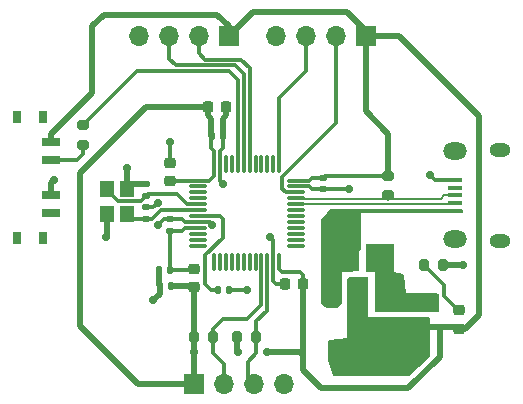
<source format=gbr>
%TF.GenerationSoftware,KiCad,Pcbnew,(6.0.1)*%
%TF.CreationDate,2022-08-30T01:47:06+05:30*%
%TF.ProjectId,STM32,53544d33-322e-46b6-9963-61645f706362,rev?*%
%TF.SameCoordinates,Original*%
%TF.FileFunction,Copper,L1,Top*%
%TF.FilePolarity,Positive*%
%FSLAX46Y46*%
G04 Gerber Fmt 4.6, Leading zero omitted, Abs format (unit mm)*
G04 Created by KiCad (PCBNEW (6.0.1)) date 2022-08-30 01:47:06*
%MOMM*%
%LPD*%
G01*
G04 APERTURE LIST*
G04 Aperture macros list*
%AMRoundRect*
0 Rectangle with rounded corners*
0 $1 Rounding radius*
0 $2 $3 $4 $5 $6 $7 $8 $9 X,Y pos of 4 corners*
0 Add a 4 corners polygon primitive as box body*
4,1,4,$2,$3,$4,$5,$6,$7,$8,$9,$2,$3,0*
0 Add four circle primitives for the rounded corners*
1,1,$1+$1,$2,$3*
1,1,$1+$1,$4,$5*
1,1,$1+$1,$6,$7*
1,1,$1+$1,$8,$9*
0 Add four rect primitives between the rounded corners*
20,1,$1+$1,$2,$3,$4,$5,0*
20,1,$1+$1,$4,$5,$6,$7,0*
20,1,$1+$1,$6,$7,$8,$9,0*
20,1,$1+$1,$8,$9,$2,$3,0*%
G04 Aperture macros list end*
%TA.AperFunction,SMDPad,CuDef*%
%ADD10R,1.500000X2.000000*%
%TD*%
%TA.AperFunction,SMDPad,CuDef*%
%ADD11R,3.800000X2.000000*%
%TD*%
%TA.AperFunction,SMDPad,CuDef*%
%ADD12R,0.800000X1.000000*%
%TD*%
%TA.AperFunction,SMDPad,CuDef*%
%ADD13R,1.500000X0.700000*%
%TD*%
%TA.AperFunction,SMDPad,CuDef*%
%ADD14R,1.200000X1.400000*%
%TD*%
%TA.AperFunction,SMDPad,CuDef*%
%ADD15RoundRect,0.075000X-0.075000X-0.662500X0.075000X-0.662500X0.075000X0.662500X-0.075000X0.662500X0*%
%TD*%
%TA.AperFunction,SMDPad,CuDef*%
%ADD16RoundRect,0.075000X-0.662500X-0.075000X0.662500X-0.075000X0.662500X0.075000X-0.662500X0.075000X0*%
%TD*%
%TA.AperFunction,SMDPad,CuDef*%
%ADD17RoundRect,0.200000X-0.275000X0.200000X-0.275000X-0.200000X0.275000X-0.200000X0.275000X0.200000X0*%
%TD*%
%TA.AperFunction,SMDPad,CuDef*%
%ADD18RoundRect,0.200000X0.275000X-0.200000X0.275000X0.200000X-0.275000X0.200000X-0.275000X-0.200000X0*%
%TD*%
%TA.AperFunction,SMDPad,CuDef*%
%ADD19RoundRect,0.200000X-0.200000X-0.275000X0.200000X-0.275000X0.200000X0.275000X-0.200000X0.275000X0*%
%TD*%
%TA.AperFunction,ComponentPad*%
%ADD20O,1.800000X1.150000*%
%TD*%
%TA.AperFunction,ComponentPad*%
%ADD21O,2.000000X1.450000*%
%TD*%
%TA.AperFunction,SMDPad,CuDef*%
%ADD22R,1.300000X0.450000*%
%TD*%
%TA.AperFunction,ComponentPad*%
%ADD23R,1.700000X1.700000*%
%TD*%
%TA.AperFunction,ComponentPad*%
%ADD24O,1.700000X1.700000*%
%TD*%
%TA.AperFunction,SMDPad,CuDef*%
%ADD25RoundRect,0.218750X-0.256250X0.218750X-0.256250X-0.218750X0.256250X-0.218750X0.256250X0.218750X0*%
%TD*%
%TA.AperFunction,SMDPad,CuDef*%
%ADD26RoundRect,0.140000X0.140000X0.170000X-0.140000X0.170000X-0.140000X-0.170000X0.140000X-0.170000X0*%
%TD*%
%TA.AperFunction,SMDPad,CuDef*%
%ADD27RoundRect,0.140000X0.170000X-0.140000X0.170000X0.140000X-0.170000X0.140000X-0.170000X-0.140000X0*%
%TD*%
%TA.AperFunction,SMDPad,CuDef*%
%ADD28RoundRect,0.225000X-0.225000X-0.250000X0.225000X-0.250000X0.225000X0.250000X-0.225000X0.250000X0*%
%TD*%
%TA.AperFunction,SMDPad,CuDef*%
%ADD29RoundRect,0.225000X0.250000X-0.225000X0.250000X0.225000X-0.250000X0.225000X-0.250000X-0.225000X0*%
%TD*%
%TA.AperFunction,SMDPad,CuDef*%
%ADD30RoundRect,0.140000X-0.170000X0.140000X-0.170000X-0.140000X0.170000X-0.140000X0.170000X0.140000X0*%
%TD*%
%TA.AperFunction,SMDPad,CuDef*%
%ADD31RoundRect,0.140000X-0.140000X-0.170000X0.140000X-0.170000X0.140000X0.170000X-0.140000X0.170000X0*%
%TD*%
%TA.AperFunction,SMDPad,CuDef*%
%ADD32RoundRect,0.225000X0.225000X0.250000X-0.225000X0.250000X-0.225000X-0.250000X0.225000X-0.250000X0*%
%TD*%
%TA.AperFunction,SMDPad,CuDef*%
%ADD33RoundRect,0.250000X0.475000X-0.250000X0.475000X0.250000X-0.475000X0.250000X-0.475000X-0.250000X0*%
%TD*%
%TA.AperFunction,SMDPad,CuDef*%
%ADD34RoundRect,0.250000X-0.250000X-0.475000X0.250000X-0.475000X0.250000X0.475000X-0.250000X0.475000X0*%
%TD*%
%TA.AperFunction,ViaPad*%
%ADD35C,0.700000*%
%TD*%
%TA.AperFunction,Conductor*%
%ADD36C,0.500000*%
%TD*%
%TA.AperFunction,Conductor*%
%ADD37C,0.300000*%
%TD*%
%TA.AperFunction,Conductor*%
%ADD38C,0.200000*%
%TD*%
G04 APERTURE END LIST*
D10*
%TO.P,U1,1,GND*%
%TO.N,GND*%
X180300000Y-112500000D03*
D11*
%TO.P,U1,2,VO*%
%TO.N,+3V3*%
X178000000Y-118800000D03*
D10*
X178000000Y-112500000D03*
%TO.P,U1,3,VI*%
%TO.N,VBUS*%
X175700000Y-112500000D03*
%TD*%
D12*
%TO.P,SW1,*%
%TO.N,*%
X149070000Y-97850000D03*
X151280000Y-97850000D03*
X151280000Y-108150000D03*
X149070000Y-108150000D03*
D13*
%TO.P,SW1,1,A*%
%TO.N,+3V3*%
X151930000Y-100000000D03*
%TO.P,SW1,2,B*%
%TO.N,/SW_BOOT0*%
X151930000Y-101500000D03*
%TO.P,SW1,3,C*%
%TO.N,GND*%
X151930000Y-104500000D03*
%TO.P,SW1,4*%
%TO.N,N/C*%
X151930000Y-106000000D03*
%TD*%
D14*
%TO.P,Y1,4,4*%
%TO.N,GND*%
X158350000Y-103920000D03*
%TO.P,Y1,3,3*%
%TO.N,/HSE_OUT*%
X158350000Y-106120000D03*
%TO.P,Y1,2,2*%
%TO.N,GND*%
X156650000Y-106120000D03*
%TO.P,Y1,1,1*%
%TO.N,/HSE_IN*%
X156650000Y-103920000D03*
%TD*%
D15*
%TO.P,U2,48,VDD*%
%TO.N,+3V3*%
X165750000Y-101837500D03*
%TO.P,U2,47,VSS*%
%TO.N,GND*%
X166250000Y-101837500D03*
%TO.P,U2,46,PB9*%
%TO.N,unconnected-(U2-Pad46)*%
X166750000Y-101837500D03*
%TO.P,U2,45,PB8*%
%TO.N,unconnected-(U2-Pad45)*%
X167250000Y-101837500D03*
%TO.P,U2,44,BOOT0*%
%TO.N,/BOOT0*%
X167750000Y-101837500D03*
%TO.P,U2,43,PB7*%
%TO.N,/UART1_RX*%
X168250000Y-101837500D03*
%TO.P,U2,42,PB6*%
%TO.N,/UART1_TX*%
X168750000Y-101837500D03*
%TO.P,U2,41,PB5*%
%TO.N,unconnected-(U2-Pad41)*%
X169250000Y-101837500D03*
%TO.P,U2,40,PB4*%
%TO.N,unconnected-(U2-Pad40)*%
X169750000Y-101837500D03*
%TO.P,U2,39,PB3*%
%TO.N,unconnected-(U2-Pad39)*%
X170250000Y-101837500D03*
%TO.P,U2,38,PA15*%
%TO.N,unconnected-(U2-Pad38)*%
X170750000Y-101837500D03*
%TO.P,U2,37,PA14*%
%TO.N,/SWCLK*%
X171250000Y-101837500D03*
D16*
%TO.P,U2,36,VDD*%
%TO.N,+3V3*%
X172662500Y-103250000D03*
%TO.P,U2,35,VSS*%
%TO.N,GND*%
X172662500Y-103750000D03*
%TO.P,U2,34,PA13*%
%TO.N,/SWDIO*%
X172662500Y-104250000D03*
%TO.P,U2,33,PA12*%
%TO.N,/USB_d-*%
X172662500Y-104750000D03*
%TO.P,U2,32,PA11*%
%TO.N,/USB_d+*%
X172662500Y-105250000D03*
%TO.P,U2,31,PA10*%
%TO.N,unconnected-(U2-Pad31)*%
X172662500Y-105750000D03*
%TO.P,U2,30,PA9*%
%TO.N,unconnected-(U2-Pad30)*%
X172662500Y-106250000D03*
%TO.P,U2,29,PA8*%
%TO.N,unconnected-(U2-Pad29)*%
X172662500Y-106750000D03*
%TO.P,U2,28,PB15*%
%TO.N,unconnected-(U2-Pad28)*%
X172662500Y-107250000D03*
%TO.P,U2,27,PB14*%
%TO.N,unconnected-(U2-Pad27)*%
X172662500Y-107750000D03*
%TO.P,U2,26,PB13*%
%TO.N,unconnected-(U2-Pad26)*%
X172662500Y-108250000D03*
%TO.P,U2,25,PB12*%
%TO.N,unconnected-(U2-Pad25)*%
X172662500Y-108750000D03*
D15*
%TO.P,U2,24,VDD*%
%TO.N,+3V3*%
X171250000Y-110162500D03*
%TO.P,U2,23,VSS*%
%TO.N,GND*%
X170750000Y-110162500D03*
%TO.P,U2,22,PB11*%
%TO.N,/I2C2_SDA*%
X170250000Y-110162500D03*
%TO.P,U2,21,PB10*%
%TO.N,/I2C2_SCL*%
X169750000Y-110162500D03*
%TO.P,U2,20,PB2*%
%TO.N,unconnected-(U2-Pad20)*%
X169250000Y-110162500D03*
%TO.P,U2,19,PB1*%
%TO.N,unconnected-(U2-Pad19)*%
X168750000Y-110162500D03*
%TO.P,U2,18,PB0*%
%TO.N,unconnected-(U2-Pad18)*%
X168250000Y-110162500D03*
%TO.P,U2,17,PA7*%
%TO.N,unconnected-(U2-Pad17)*%
X167750000Y-110162500D03*
%TO.P,U2,16,PA6*%
%TO.N,unconnected-(U2-Pad16)*%
X167250000Y-110162500D03*
%TO.P,U2,15,PA5*%
%TO.N,unconnected-(U2-Pad15)*%
X166750000Y-110162500D03*
%TO.P,U2,14,PA4*%
%TO.N,unconnected-(U2-Pad14)*%
X166250000Y-110162500D03*
%TO.P,U2,13,PA3*%
%TO.N,unconnected-(U2-Pad13)*%
X165750000Y-110162500D03*
D16*
%TO.P,U2,12,PA2*%
%TO.N,unconnected-(U2-Pad12)*%
X164337500Y-108750000D03*
%TO.P,U2,11,PA1*%
%TO.N,unconnected-(U2-Pad11)*%
X164337500Y-108250000D03*
%TO.P,U2,10,PA0*%
%TO.N,unconnected-(U2-Pad10)*%
X164337500Y-107750000D03*
%TO.P,U2,9,VDDA*%
%TO.N,+3.3VA*%
X164337500Y-107250000D03*
%TO.P,U2,8,VSSA*%
%TO.N,GND*%
X164337500Y-106750000D03*
%TO.P,U2,7,NRST*%
%TO.N,/NRST*%
X164337500Y-106250000D03*
%TO.P,U2,6,PD1*%
%TO.N,/HSE_OUT*%
X164337500Y-105750000D03*
%TO.P,U2,5,PD0*%
%TO.N,/HSE_IN*%
X164337500Y-105250000D03*
%TO.P,U2,4,PC15*%
%TO.N,unconnected-(U2-Pad4)*%
X164337500Y-104750000D03*
%TO.P,U2,3,PC14*%
%TO.N,unconnected-(U2-Pad3)*%
X164337500Y-104250000D03*
%TO.P,U2,2,PC13*%
%TO.N,unconnected-(U2-Pad2)*%
X164337500Y-103750000D03*
%TO.P,U2,1,VBAT*%
%TO.N,+3V3*%
X164337500Y-103250000D03*
%TD*%
D17*
%TO.P,R5,1*%
%TO.N,+3V3*%
X180500000Y-102850000D03*
%TO.P,R5,2*%
%TO.N,/USB_d-*%
X180500000Y-104500000D03*
%TD*%
D18*
%TO.P,R4,1*%
%TO.N,/SW_BOOT0*%
X154600000Y-100225000D03*
%TO.P,R4,2*%
%TO.N,/BOOT0*%
X154600000Y-98575000D03*
%TD*%
D19*
%TO.P,R3,1*%
%TO.N,+3V3*%
X167675000Y-116500000D03*
%TO.P,R3,2*%
%TO.N,/I2C2_SDA*%
X169325000Y-116500000D03*
%TD*%
%TO.P,R2,1*%
%TO.N,+3V3*%
X164000000Y-116500000D03*
%TO.P,R2,2*%
%TO.N,/I2C2_SCL*%
X165650000Y-116500000D03*
%TD*%
%TO.P,R1,1*%
%TO.N,Net-(D1-Pad1)*%
X183475000Y-110400000D03*
%TO.P,R1,2*%
%TO.N,GND*%
X185125000Y-110400000D03*
%TD*%
D20*
%TO.P,J4,6,Shield*%
%TO.N,unconnected-(J4-Pad6)*%
X189950000Y-100630000D03*
X189950000Y-108380000D03*
D21*
X186150000Y-100780000D03*
X186150000Y-108230000D03*
D22*
%TO.P,J4,5,GND*%
%TO.N,GND*%
X186100000Y-103205000D03*
%TO.P,J4,4,ID*%
%TO.N,unconnected-(J4-Pad4)*%
X186100000Y-103855000D03*
%TO.P,J4,3,D+*%
%TO.N,/USB_d-*%
X186100000Y-104505000D03*
%TO.P,J4,2,D-*%
%TO.N,/USB_d+*%
X186100000Y-105155000D03*
%TO.P,J4,1,VBUS*%
%TO.N,VBUS*%
X186100000Y-105805000D03*
%TD*%
D23*
%TO.P,J3,1,Pin_1*%
%TO.N,+3V3*%
X178600000Y-91000000D03*
D24*
%TO.P,J3,2,Pin_2*%
%TO.N,/SWDIO*%
X176060000Y-91000000D03*
%TO.P,J3,3,Pin_3*%
%TO.N,/SWCLK*%
X173520000Y-91000000D03*
%TO.P,J3,4,Pin_4*%
%TO.N,GND*%
X170980000Y-91000000D03*
%TD*%
D23*
%TO.P,J2,1,Pin_1*%
%TO.N,+3V3*%
X164000000Y-120500000D03*
D24*
%TO.P,J2,2,Pin_2*%
%TO.N,/I2C2_SCL*%
X166540000Y-120500000D03*
%TO.P,J2,3,Pin_3*%
%TO.N,/I2C2_SDA*%
X169080000Y-120500000D03*
%TO.P,J2,4,Pin_4*%
%TO.N,GND*%
X171620000Y-120500000D03*
%TD*%
D23*
%TO.P,J1,1,Pin_1*%
%TO.N,+3V3*%
X167000000Y-91000000D03*
D24*
%TO.P,J1,2,Pin_2*%
%TO.N,/UART1_TX*%
X164460000Y-91000000D03*
%TO.P,J1,3,Pin_3*%
%TO.N,/UART1_RX*%
X161920000Y-91000000D03*
%TO.P,J1,4,Pin_4*%
%TO.N,GND*%
X159380000Y-91000000D03*
%TD*%
D25*
%TO.P,FB1,1*%
%TO.N,+3.3VA*%
X164000000Y-110712500D03*
%TO.P,FB1,2*%
%TO.N,+3V3*%
X164000000Y-112287500D03*
%TD*%
%TO.P,D1,1,K*%
%TO.N,Net-(D1-Pad1)*%
X186500000Y-114212500D03*
%TO.P,D1,2,A*%
%TO.N,+3V3*%
X186500000Y-115787500D03*
%TD*%
D26*
%TO.P,C13,1*%
%TO.N,+3V3*%
X162080000Y-112200000D03*
%TO.P,C13,2*%
%TO.N,GND*%
X161120000Y-112200000D03*
%TD*%
%TO.P,C12,1*%
%TO.N,+3.3VA*%
X162000000Y-110800000D03*
%TO.P,C12,2*%
%TO.N,GND*%
X161040000Y-110800000D03*
%TD*%
D27*
%TO.P,C11,1*%
%TO.N,+3.3VA*%
X162000000Y-107480000D03*
%TO.P,C11,2*%
%TO.N,GND*%
X162000000Y-106520000D03*
%TD*%
D28*
%TO.P,C10,1*%
%TO.N,+3V3*%
X165225000Y-97000000D03*
%TO.P,C10,2*%
%TO.N,GND*%
X166775000Y-97000000D03*
%TD*%
D29*
%TO.P,C9,1*%
%TO.N,+3V3*%
X162000000Y-103275000D03*
%TO.P,C9,2*%
%TO.N,GND*%
X162000000Y-101725000D03*
%TD*%
D27*
%TO.P,C8,2*%
%TO.N,GND*%
X160000000Y-105520000D03*
%TO.P,C8,1*%
%TO.N,/HSE_OUT*%
X160000000Y-106480000D03*
%TD*%
D30*
%TO.P,C7,1*%
%TO.N,+3V3*%
X175000000Y-103020000D03*
%TO.P,C7,2*%
%TO.N,GND*%
X175000000Y-103980000D03*
%TD*%
D27*
%TO.P,C6,2*%
%TO.N,GND*%
X160000000Y-103560000D03*
%TO.P,C6,1*%
%TO.N,/HSE_IN*%
X160000000Y-104520000D03*
%TD*%
D31*
%TO.P,C5,1*%
%TO.N,+3V3*%
X165540000Y-99500000D03*
%TO.P,C5,2*%
%TO.N,GND*%
X166500000Y-99500000D03*
%TD*%
%TO.P,C4,1*%
%TO.N,/NRST*%
X166040000Y-112500000D03*
%TO.P,C4,2*%
%TO.N,GND*%
X167000000Y-112500000D03*
%TD*%
D32*
%TO.P,C3,1*%
%TO.N,+3V3*%
X173275000Y-112000000D03*
%TO.P,C3,2*%
%TO.N,GND*%
X171725000Y-112000000D03*
%TD*%
D33*
%TO.P,C2,1*%
%TO.N,+3V3*%
X183000000Y-115650000D03*
%TO.P,C2,2*%
%TO.N,GND*%
X183000000Y-113750000D03*
%TD*%
D34*
%TO.P,C1,1*%
%TO.N,VBUS*%
X177300000Y-109950000D03*
%TO.P,C1,2*%
%TO.N,GND*%
X179200000Y-109950000D03*
%TD*%
D35*
%TO.N,GND*%
X184000000Y-102800000D03*
X160600000Y-113400000D03*
X160960545Y-105113198D03*
X161000000Y-107000000D03*
X152200000Y-103200000D03*
X177200000Y-104000000D03*
X158400000Y-102200000D03*
X156600000Y-108000000D03*
%TO.N,+3V3*%
X164000000Y-117800000D03*
X167800000Y-117800000D03*
X170200000Y-117800000D03*
%TO.N,GND*%
X184400000Y-113600000D03*
X180400000Y-110600000D03*
X180400000Y-109400000D03*
X180600000Y-114000000D03*
X179800000Y-114000000D03*
X186800000Y-110400000D03*
X166500000Y-103500000D03*
X168500000Y-112500000D03*
X165589440Y-106968696D03*
X170500000Y-108000000D03*
X162000000Y-100000000D03*
%TD*%
D36*
%TO.N,+3V3*%
X180500000Y-99300000D02*
X180500000Y-102850000D01*
X178600000Y-97400000D02*
X180500000Y-99300000D01*
X178600000Y-91000000D02*
X178600000Y-97400000D01*
D37*
%TO.N,Net-(D1-Pad1)*%
X186412500Y-114212500D02*
X186500000Y-114212500D01*
X185200000Y-113000000D02*
X186412500Y-114212500D01*
X183475000Y-110400000D02*
X185200000Y-112125000D01*
X185200000Y-112125000D02*
X185200000Y-113000000D01*
%TO.N,/USB_d-*%
X180425000Y-104575000D02*
X180425000Y-104775000D01*
X180500000Y-104500000D02*
X180425000Y-104575000D01*
D38*
X172687499Y-104774999D02*
X180425000Y-104775000D01*
X180425000Y-104775000D02*
X184925498Y-104775000D01*
D37*
%TO.N,GND*%
X184405000Y-103205000D02*
X184000000Y-102800000D01*
X186100000Y-103205000D02*
X184405000Y-103205000D01*
D36*
X161120000Y-112880000D02*
X160600000Y-113400000D01*
X161120000Y-112200000D02*
X161120000Y-112880000D01*
D37*
%TO.N,/SW_BOOT0*%
X154600000Y-101000000D02*
X154600000Y-100225000D01*
X154100000Y-101500000D02*
X154600000Y-101000000D01*
X151930000Y-101500000D02*
X154100000Y-101500000D01*
%TO.N,GND*%
X160553743Y-105520000D02*
X160960545Y-105113198D01*
X160000000Y-105520000D02*
X160553743Y-105520000D01*
%TO.N,/HSE_IN*%
X160120000Y-104400000D02*
X160000000Y-104520000D01*
X163450000Y-105250000D02*
X162600000Y-104400000D01*
X162600000Y-104400000D02*
X160120000Y-104400000D01*
X164337500Y-105250000D02*
X163450000Y-105250000D01*
%TO.N,GND*%
X161480000Y-106520000D02*
X161000000Y-107000000D01*
X162000000Y-106520000D02*
X161480000Y-106520000D01*
%TO.N,/HSE_OUT*%
X158710000Y-106480000D02*
X158350000Y-106120000D01*
X160000000Y-106480000D02*
X158710000Y-106480000D01*
D36*
%TO.N,+3V3*%
X162080000Y-112200000D02*
X163912500Y-112200000D01*
%TO.N,GND*%
X161040000Y-112120000D02*
X161120000Y-112200000D01*
X161040000Y-110800000D02*
X161040000Y-112120000D01*
D37*
%TO.N,+3.3VA*%
X163912500Y-110800000D02*
X164000000Y-110712500D01*
X162000000Y-110800000D02*
X163912500Y-110800000D01*
X162000000Y-107480000D02*
X162000000Y-110800000D01*
D36*
%TO.N,+3V3*%
X164000000Y-116500000D02*
X164000000Y-112287500D01*
D37*
X165750480Y-101837980D02*
X165750000Y-101837500D01*
X165750480Y-102849520D02*
X165750480Y-101837980D01*
X165350000Y-103250000D02*
X165750480Y-102849520D01*
X164337500Y-103250000D02*
X165350000Y-103250000D01*
D36*
X160000000Y-97000000D02*
X165225000Y-97000000D01*
X159300000Y-120500000D02*
X154400000Y-115600000D01*
X154400000Y-115600000D02*
X154400000Y-102600000D01*
X154400000Y-102600000D02*
X160000000Y-97000000D01*
X164000000Y-120500000D02*
X159300000Y-120500000D01*
%TO.N,GND*%
X151930000Y-103470000D02*
X152200000Y-103200000D01*
X151930000Y-104500000D02*
X151930000Y-103470000D01*
D37*
%TO.N,/BOOT0*%
X154600000Y-98575000D02*
X159175000Y-94000000D01*
X159175000Y-94000000D02*
X159800000Y-94000000D01*
X167000000Y-94000000D02*
X159800000Y-94000000D01*
%TO.N,GND*%
X177180000Y-103980000D02*
X177200000Y-104000000D01*
X175000000Y-103980000D02*
X177180000Y-103980000D01*
%TO.N,+3V3*%
X175000000Y-103020000D02*
X175170000Y-102850000D01*
X175170000Y-102850000D02*
X180500000Y-102850000D01*
D36*
%TO.N,GND*%
X158710000Y-103560000D02*
X158350000Y-103920000D01*
X160000000Y-103560000D02*
X158710000Y-103560000D01*
X158350000Y-102250000D02*
X158400000Y-102200000D01*
X158350000Y-103920000D02*
X158350000Y-102250000D01*
X156650000Y-107950000D02*
X156600000Y-108000000D01*
X156650000Y-106120000D02*
X156650000Y-107950000D01*
D37*
%TO.N,/BOOT0*%
X167750000Y-94750000D02*
X167000000Y-94000000D01*
X167750000Y-101837500D02*
X167750000Y-94750000D01*
D36*
%TO.N,+3V3*%
X178600000Y-90600000D02*
X177000000Y-89000000D01*
X178600000Y-91000000D02*
X178600000Y-90600000D01*
X177000000Y-89000000D02*
X169600000Y-89000000D01*
X169000000Y-89000000D02*
X169600000Y-89000000D01*
X167000000Y-91000000D02*
X169000000Y-89000000D01*
X166000000Y-89200000D02*
X167000000Y-90200000D01*
X156400000Y-89200000D02*
X166000000Y-89200000D01*
X155400000Y-90200000D02*
X156400000Y-89200000D01*
X155400000Y-95800000D02*
X155400000Y-90200000D01*
X151930000Y-99270000D02*
X155400000Y-95800000D01*
X151930000Y-100000000D02*
X151930000Y-99270000D01*
X167000000Y-90200000D02*
X167000000Y-91000000D01*
X181400000Y-91000000D02*
X178600000Y-91000000D01*
X188200000Y-97800000D02*
X181400000Y-91000000D01*
X188200000Y-114600000D02*
X188200000Y-97800000D01*
X187012500Y-115787500D02*
X188200000Y-114600000D01*
X186500000Y-115787500D02*
X187012500Y-115787500D01*
X164000000Y-117800000D02*
X164000000Y-120500000D01*
X164000000Y-116500000D02*
X164000000Y-117800000D01*
D37*
%TO.N,/I2C2_SDA*%
X168600000Y-118600000D02*
X168600000Y-120020000D01*
X169325000Y-117875000D02*
X168600000Y-118600000D01*
X169325000Y-116500000D02*
X169325000Y-117875000D01*
X168600000Y-120020000D02*
X169080000Y-120500000D01*
%TO.N,/I2C2_SCL*%
X166540000Y-118740000D02*
X166540000Y-120500000D01*
X165650000Y-117850000D02*
X166540000Y-118740000D01*
X165650000Y-116500000D02*
X165650000Y-117850000D01*
D36*
%TO.N,+3V3*%
X170200000Y-117800000D02*
X173000000Y-117800000D01*
X173275000Y-119275000D02*
X173275000Y-118075000D01*
X173000000Y-117800000D02*
X173275000Y-118075000D01*
X167675000Y-117675000D02*
X167800000Y-117800000D01*
X173275000Y-118075000D02*
X173275000Y-112000000D01*
X167675000Y-116500000D02*
X167675000Y-117675000D01*
X174800000Y-120800000D02*
X173275000Y-119275000D01*
X182200000Y-120800000D02*
X174800000Y-120800000D01*
X184850000Y-118150000D02*
X182200000Y-120800000D01*
X184850000Y-115650000D02*
X184850000Y-118150000D01*
X184850000Y-115650000D02*
X186362500Y-115650000D01*
X183000000Y-115650000D02*
X184850000Y-115650000D01*
X186362500Y-115650000D02*
X186500000Y-115787500D01*
%TO.N,GND*%
X185125000Y-110400000D02*
X186800000Y-110400000D01*
D37*
X166250000Y-103250000D02*
X166500000Y-103500000D01*
X166250000Y-101837500D02*
X166250000Y-103250000D01*
X167000000Y-112500000D02*
X168500000Y-112500000D01*
X165370744Y-106750000D02*
X165589440Y-106968696D01*
X164337500Y-106750000D02*
X165370744Y-106750000D01*
%TO.N,/NRST*%
X165500000Y-112500000D02*
X166040000Y-112500000D01*
X165000000Y-112000000D02*
X165500000Y-112500000D01*
X166500000Y-108074639D02*
X165000000Y-109574639D01*
X166500000Y-106500000D02*
X166500000Y-108074639D01*
X166250000Y-106250000D02*
X166500000Y-106500000D01*
X164337500Y-106250000D02*
X166250000Y-106250000D01*
X165000000Y-109574639D02*
X165000000Y-112000000D01*
%TO.N,GND*%
X170750000Y-108250000D02*
X170500000Y-108000000D01*
X170750000Y-110162500D02*
X170750000Y-108250000D01*
X162000000Y-101725000D02*
X162000000Y-100000000D01*
%TO.N,+3V3*%
X173275000Y-111275000D02*
X173275000Y-112000000D01*
X173000000Y-111000000D02*
X173275000Y-111275000D01*
X171500000Y-111000000D02*
X173000000Y-111000000D01*
X171250000Y-110750000D02*
X171500000Y-111000000D01*
X171250000Y-110162500D02*
X171250000Y-110750000D01*
%TO.N,GND*%
X170750000Y-111750000D02*
X171000000Y-112000000D01*
X170750000Y-110162500D02*
X170750000Y-111750000D01*
X171000000Y-112000000D02*
X171725000Y-112000000D01*
%TO.N,/I2C2_SDA*%
X169325000Y-115175000D02*
X169325000Y-116500000D01*
X170250000Y-114250000D02*
X169325000Y-115175000D01*
X170250000Y-110162500D02*
X170250000Y-114250000D01*
%TO.N,/I2C2_SCL*%
X166500000Y-115000000D02*
X165650000Y-115850000D01*
X165650000Y-115850000D02*
X165650000Y-116500000D01*
X168500000Y-115000000D02*
X166500000Y-115000000D01*
X169750000Y-113750000D02*
X168500000Y-115000000D01*
X169750000Y-110162500D02*
X169750000Y-113750000D01*
%TO.N,/I2C2_SDA*%
X168780000Y-119870000D02*
X168780000Y-120500000D01*
%TO.N,/UART1_RX*%
X161920000Y-92920000D02*
X161920000Y-91000000D01*
X162500000Y-93500000D02*
X161920000Y-92920000D01*
X167500000Y-93500000D02*
X162500000Y-93500000D01*
X168250000Y-94250000D02*
X167500000Y-93500000D01*
X168250000Y-101837500D02*
X168250000Y-94250000D01*
%TO.N,/UART1_TX*%
X164460000Y-92460000D02*
X164460000Y-91000000D01*
X165000000Y-93000000D02*
X164460000Y-92460000D01*
X168000000Y-93000000D02*
X165000000Y-93000000D01*
X168750000Y-93750000D02*
X168000000Y-93000000D01*
X168750000Y-101837500D02*
X168750000Y-93750000D01*
%TO.N,/SWDIO*%
X176060000Y-98365361D02*
X176060000Y-91000000D01*
X171500000Y-102925361D02*
X176060000Y-98365361D01*
X171500000Y-103925361D02*
X171500000Y-102925361D01*
X171824639Y-104250000D02*
X171500000Y-103925361D01*
X172662500Y-104250000D02*
X171824639Y-104250000D01*
%TO.N,/SWCLK*%
X173520000Y-93980000D02*
X173520000Y-91000000D01*
X171250000Y-96250000D02*
X173520000Y-93980000D01*
X171250000Y-101837500D02*
X171250000Y-96250000D01*
D38*
%TO.N,/USB_d+*%
X186030000Y-105225000D02*
X186100000Y-105155000D01*
X172662500Y-105250000D02*
X172687499Y-105225001D01*
X172687499Y-105225001D02*
X186030000Y-105225000D01*
%TO.N,/USB_d-*%
X185195498Y-104505000D02*
X186100000Y-104505000D01*
X184925498Y-104775000D02*
X185195498Y-104505000D01*
X172662500Y-104750000D02*
X172687499Y-104774999D01*
D37*
%TO.N,GND*%
X174000000Y-104000000D02*
X174980000Y-104000000D01*
X173750000Y-103750000D02*
X174000000Y-104000000D01*
X174980000Y-104000000D02*
X175000000Y-103980000D01*
X172662500Y-103750000D02*
X173750000Y-103750000D01*
%TO.N,+3V3*%
X174000000Y-103000000D02*
X174980000Y-103000000D01*
X173750000Y-103250000D02*
X174000000Y-103000000D01*
X172662500Y-103250000D02*
X173750000Y-103250000D01*
X174980000Y-103000000D02*
X175000000Y-103020000D01*
%TO.N,/HSE_IN*%
X156650000Y-104020000D02*
X156650000Y-103920000D01*
X159550489Y-104969511D02*
X157599511Y-104969511D01*
X157599511Y-104969511D02*
X156650000Y-104020000D01*
X160000000Y-104520000D02*
X159550489Y-104969511D01*
%TO.N,/HSE_OUT*%
X160020000Y-106500000D02*
X160000000Y-106480000D01*
X161250000Y-105750000D02*
X160500000Y-106500000D01*
X160500000Y-106500000D02*
X160020000Y-106500000D01*
X164337500Y-105750000D02*
X161250000Y-105750000D01*
%TO.N,+3.3VA*%
X163000000Y-107500000D02*
X162020000Y-107500000D01*
X162020000Y-107500000D02*
X162000000Y-107480000D01*
X163250000Y-107250000D02*
X163000000Y-107500000D01*
X164337500Y-107250000D02*
X163250000Y-107250000D01*
%TO.N,GND*%
X163000000Y-106500000D02*
X162020000Y-106500000D01*
X163250000Y-106750000D02*
X163000000Y-106500000D01*
X164337500Y-106750000D02*
X163250000Y-106750000D01*
X162020000Y-106500000D02*
X162000000Y-106520000D01*
%TO.N,+3V3*%
X162025000Y-103250000D02*
X162000000Y-103275000D01*
X164337500Y-103250000D02*
X162025000Y-103250000D01*
D36*
%TO.N,GND*%
X166500000Y-98000000D02*
X166500000Y-99500000D01*
X166775000Y-97725000D02*
X166500000Y-98000000D01*
X166775000Y-97000000D02*
X166775000Y-97725000D01*
%TO.N,+3V3*%
X165500000Y-99460000D02*
X165540000Y-99500000D01*
X165500000Y-98000000D02*
X165500000Y-99460000D01*
X165225000Y-97725000D02*
X165500000Y-98000000D01*
X165225000Y-97000000D02*
X165225000Y-97725000D01*
D37*
%TO.N,GND*%
X166500000Y-100500000D02*
X166500000Y-99500000D01*
X166250000Y-100750000D02*
X166500000Y-100500000D01*
X166250000Y-101837500D02*
X166250000Y-100750000D01*
%TO.N,+3V3*%
X165500000Y-100500000D02*
X165500000Y-99540000D01*
X165500000Y-99540000D02*
X165540000Y-99500000D01*
X165750000Y-100750000D02*
X165500000Y-100500000D01*
X165750000Y-101837500D02*
X165750000Y-100750000D01*
%TD*%
%TA.AperFunction,Conductor*%
%TO.N,GND*%
G36*
X180959191Y-108618907D02*
G01*
X180995155Y-108668407D01*
X181000000Y-108699000D01*
X181000000Y-111000000D01*
X181734190Y-111183547D01*
X181786057Y-111216003D01*
X181808414Y-111267312D01*
X182000000Y-112800000D01*
X184650500Y-112800000D01*
X184708691Y-112818907D01*
X184744655Y-112868407D01*
X184749500Y-112899000D01*
X184749500Y-112967373D01*
X184748814Y-112979009D01*
X184744636Y-113014310D01*
X184745965Y-113021586D01*
X184745965Y-113021589D01*
X184755248Y-113072414D01*
X184755758Y-113075476D01*
X184764551Y-113133962D01*
X184767679Y-113140475D01*
X184768975Y-113147573D01*
X184772386Y-113154139D01*
X184788854Y-113185842D01*
X184800000Y-113231478D01*
X184800000Y-114301000D01*
X184781093Y-114359191D01*
X184731593Y-114395155D01*
X184701000Y-114400000D01*
X179499000Y-114400000D01*
X179440809Y-114381093D01*
X179404845Y-114331593D01*
X179400000Y-114301000D01*
X179400000Y-111000000D01*
X178699000Y-111000000D01*
X178640809Y-110981093D01*
X178604845Y-110931593D01*
X178600000Y-110901000D01*
X178600000Y-108699000D01*
X178618907Y-108640809D01*
X178668407Y-108604845D01*
X178699000Y-108600000D01*
X180901000Y-108600000D01*
X180959191Y-108618907D01*
G37*
%TD.AperFunction*%
%TD*%
%TA.AperFunction,Conductor*%
%TO.N,+3V3*%
G36*
X178759191Y-111418907D02*
G01*
X178795155Y-111468407D01*
X178800000Y-111499000D01*
X178800000Y-114800000D01*
X183901404Y-114800000D01*
X183959595Y-114818907D01*
X183995559Y-114868407D01*
X184000403Y-114898595D01*
X184013668Y-118144732D01*
X183994999Y-118203000D01*
X183980687Y-118218911D01*
X182242040Y-119774774D01*
X182186069Y-119799489D01*
X182176022Y-119800000D01*
X175874676Y-119800000D01*
X175816485Y-119781093D01*
X175779485Y-119728197D01*
X175403809Y-118413332D01*
X175400000Y-118386135D01*
X175400000Y-116887396D01*
X175418907Y-116829205D01*
X175468407Y-116793241D01*
X175486721Y-116789160D01*
X176984443Y-116601945D01*
X176984444Y-116601944D01*
X177000000Y-116600000D01*
X177000000Y-111641008D01*
X177018907Y-111582817D01*
X177028996Y-111571004D01*
X177171004Y-111428996D01*
X177225521Y-111401219D01*
X177241008Y-111400000D01*
X178701000Y-111400000D01*
X178759191Y-111418907D01*
G37*
%TD.AperFunction*%
%TD*%
%TA.AperFunction,Conductor*%
%TO.N,VBUS*%
G36*
X185281160Y-105633953D02*
G01*
X185379673Y-105677506D01*
X185405354Y-105680500D01*
X186701000Y-105680500D01*
X186759191Y-105699407D01*
X186795155Y-105748907D01*
X186800000Y-105779500D01*
X186800000Y-105901000D01*
X186781093Y-105959191D01*
X186731593Y-105995155D01*
X186701000Y-106000000D01*
X178200000Y-106000000D01*
X178200000Y-108958992D01*
X178181093Y-109017183D01*
X178171004Y-109028996D01*
X178000000Y-109200000D01*
X178000000Y-110803397D01*
X177981093Y-110861588D01*
X177931593Y-110897552D01*
X177911600Y-110901828D01*
X177005284Y-110999431D01*
X176994684Y-111000000D01*
X176600000Y-111000000D01*
X176600000Y-113558992D01*
X176581093Y-113617183D01*
X176571004Y-113628996D01*
X176228996Y-113971004D01*
X176174479Y-113998781D01*
X176158992Y-114000000D01*
X175241008Y-114000000D01*
X175182817Y-113981093D01*
X175171004Y-113971004D01*
X174828996Y-113628996D01*
X174801219Y-113574479D01*
X174800000Y-113558992D01*
X174800000Y-106634727D01*
X174821694Y-106572882D01*
X175273406Y-106008243D01*
X175549875Y-105662656D01*
X175600991Y-105629028D01*
X175627181Y-105625501D01*
X185146928Y-105625500D01*
X185241132Y-105625500D01*
X185281160Y-105633953D01*
G37*
%TD.AperFunction*%
%TD*%
M02*

</source>
